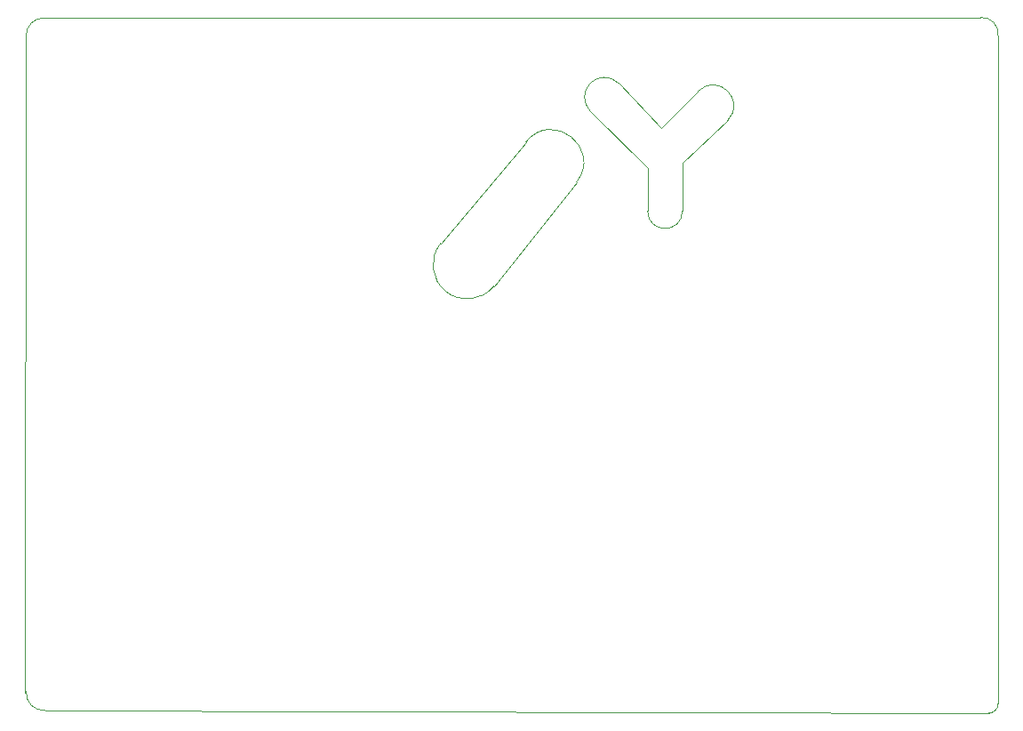
<source format=gbr>
%TF.GenerationSoftware,KiCad,Pcbnew,(6.0.7)*%
%TF.CreationDate,2022-11-04T12:53:21-04:00*%
%TF.ProjectId,pacman_side_2,7061636d-616e-45f7-9369-64655f322e6b,rev?*%
%TF.SameCoordinates,Original*%
%TF.FileFunction,Profile,NP*%
%FSLAX46Y46*%
G04 Gerber Fmt 4.6, Leading zero omitted, Abs format (unit mm)*
G04 Created by KiCad (PCBNEW (6.0.7)) date 2022-11-04 12:53:21*
%MOMM*%
%LPD*%
G01*
G04 APERTURE LIST*
%TA.AperFunction,Profile*%
%ADD10C,0.100000*%
%TD*%
G04 APERTURE END LIST*
D10*
X181991000Y-64516000D02*
X181997382Y-128149382D01*
X91192382Y-128784382D02*
X181108382Y-129038382D01*
X89408000Y-64516000D02*
X89284341Y-127127000D01*
X180340000Y-62811000D02*
X91059000Y-62865000D01*
X181108382Y-129038382D02*
G75*
G03*
X181997382Y-128149382I0J889000D01*
G01*
X181990999Y-64516000D02*
G75*
G03*
X180340000Y-62811000I-1536236J164274D01*
G01*
X91059000Y-62865000D02*
G75*
G03*
X89408000Y-64516000I0J-1651000D01*
G01*
X89411341Y-126962234D02*
G75*
G03*
X91186000Y-128778000I1647659J-164766D01*
G01*
X145814999Y-69061001D02*
G75*
G03*
X143148001Y-71727999I-1333499J-1333499D01*
G01*
X148609000Y-77189000D02*
X148609000Y-81253000D01*
X156229000Y-72617000D02*
X151911000Y-76681000D01*
X156229000Y-72617000D02*
G75*
G03*
X153435000Y-69823000I-1397000J1397000D01*
G01*
X148609000Y-81253000D02*
G75*
G03*
X151911000Y-81253000I1651000J0D01*
G01*
X141829000Y-78491000D02*
G75*
G03*
X137003000Y-74681000I-2413000J1905000D01*
G01*
X151911000Y-81253000D02*
X151911000Y-76681000D01*
X128875000Y-84333000D02*
G75*
G03*
X133955000Y-88397000I2540000J-2032000D01*
G01*
X133955000Y-88397000D02*
X141829000Y-78491000D01*
X153435000Y-69823000D02*
X149879000Y-73379000D01*
X143148001Y-71727999D02*
X148609000Y-77189000D01*
X137003000Y-74681000D02*
X128875000Y-84333000D01*
X145815000Y-69061000D02*
X149879000Y-73379000D01*
M02*

</source>
